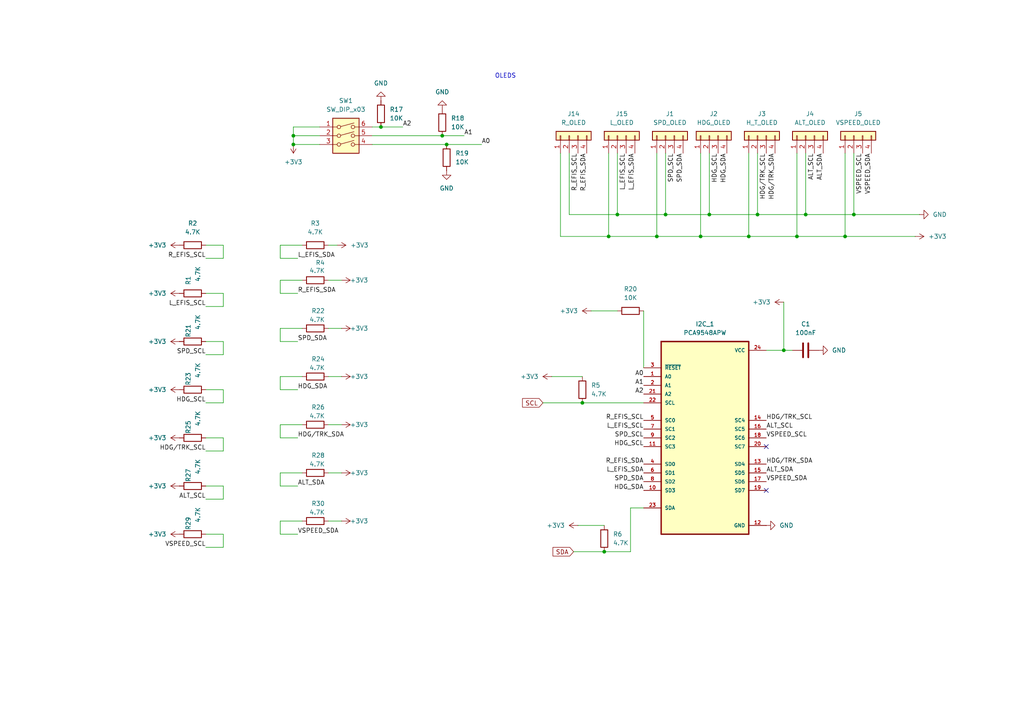
<source format=kicad_sch>
(kicad_sch (version 20250114) (generator "eeschema") (generator_version "9.0")
  (paper "A4")
  (title_block (title "FCU Mainboard schematics") (date "2024-03-05") (rev "1.0"))
  (lib_symbols
    (symbol "Connector_Generic:Conn_01x04" (pin_names (offset 1.016) (hide yes))
      (property "Reference" "J" (at 0 5.08 0))
      (property "Value" "Conn_01x04" (at 0 -7.62 0))
      (symbol "Conn_01x04_1_1"
        (rectangle (start -1.27 3.81) (end 1.27 -6.35) (stroke (width 0.254)) (fill (type background)))
        (rectangle (start -1.27 2.667) (end 0 2.413) (stroke (width 0.1524)))
        (rectangle (start -1.27 0.127) (end 0 -0.127) (stroke (width 0.1524)))
        (rectangle (start -1.27 -2.413) (end 0 -2.667) (stroke (width 0.1524)))
        (rectangle (start -1.27 -4.953) (end 0 -5.207) (stroke (width 0.1524)))
        (pin passive line (at -5.08 2.54 0) (length 3.81) (name "Pin_1") (number "1"))
        (pin passive line (at -5.08 0 0) (length 3.81) (name "Pin_2") (number "2"))
        (pin passive line (at -5.08 -2.54 0) (length 3.81) (name "Pin_3") (number "3"))
        (pin passive line (at -5.08 -5.08 0) (length 3.81) (name "Pin_4") (number "4"))
      )
    )
    (symbol "Device:C" (pin_numbers (hide yes)) (pin_names (offset 0.254))
      (property "Reference" "C" (at 0.635 2.54 0))
      (property "Value" "C" (at 0.635 -2.54 0))
      (symbol "C_0_1"
        (polyline (pts (xy -2.032 0.762) (xy 2.032 0.762)) (stroke (width 0.508)))
        (polyline (pts (xy -2.032 -0.762) (xy 2.032 -0.762)) (stroke (width 0.508)))
      )
      (symbol "C_1_1"
        (pin passive line (at 0 3.81 270) (length 2.794) (name "~") (number "1"))
        (pin passive line (at 0 -3.81 90) (length 2.794) (name "~") (number "2"))
      )
    )
    (symbol "Device:R" (pin_numbers (hide yes)) (pin_names (offset 0))
      (property "Reference" "R" (at 2.032 0 90))
      (property "Value" "R" (at 0 0 90))
      (symbol "R_0_1"
        (rectangle (start -1.016 -2.54) (end 1.016 2.54) (stroke (width 0.254)))
      )
      (symbol "R_1_1"
        (pin passive line (at 0 3.81 270) (length 1.27) (name "~") (number "1"))
        (pin passive line (at 0 -3.81 90) (length 1.27) (name "~") (number "2"))
      )
    )
    (symbol "SFLibrary:PCA9548APW" (pin_names (offset 1.016))
      (property "Reference" "U" (at -12.7 28.94 0))
      (property "Value" "PCA9548APW" (at -12.7 -31.94 0))
      (symbol "PCA9548APW_0_0"
        (rectangle (start -12.7 -27.94) (end 12.7 27.94) (stroke (width 0.41)) (fill (type background)))
        (pin input line (at -17.78 20.32 0) (length 5.08) (name "~{RESET}") (number "3"))
        (pin input line (at -17.78 17.78 0) (length 5.08) (name "A0") (number "1"))
        (pin input line (at -17.78 15.24 0) (length 5.08) (name "A1") (number "2"))
        (pin input line (at -17.78 12.7 0) (length 5.08) (name "A2") (number "21"))
        (pin input line (at -17.78 10.16 0) (length 5.08) (name "SCL") (number "22"))
        (pin bidirectional line (at -17.78 5.08 0) (length 5.08) (name "SC0") (number "5"))
        (pin bidirectional line (at -17.78 2.54 0) (length 5.08) (name "SC1") (number "7"))
        (pin bidirectional line (at -17.78 0 0) (length 5.08) (name "SC2") (number "9"))
        (pin bidirectional line (at -17.78 -2.54 0) (length 5.08) (name "SC3") (number "11"))
        (pin bidirectional line (at -17.78 -7.62 0) (length 5.08) (name "SD0") (number "4"))
        (pin bidirectional line (at -17.78 -10.16 0) (length 5.08) (name "SD1") (number "6"))
        (pin bidirectional line (at -17.78 -12.7 0) (length 5.08) (name "SD2") (number "8"))
        (pin bidirectional line (at -17.78 -15.24 0) (length 5.08) (name "SD3") (number "10"))
        (pin bidirectional line (at -17.78 -20.32 0) (length 5.08) (name "SDA") (number "23"))
        (pin power_in line (at 17.78 25.4 180) (length 5.08) (name "VCC") (number "24"))
        (pin bidirectional line (at 17.78 5.08 180) (length 5.08) (name "SC4") (number "14"))
        (pin bidirectional line (at 17.78 2.54 180) (length 5.08) (name "SC5") (number "16"))
        (pin bidirectional line (at 17.78 0 180) (length 5.08) (name "SC6") (number "18"))
        (pin bidirectional line (at 17.78 -2.54 180) (length 5.08) (name "SC7") (number "20"))
        (pin bidirectional line (at 17.78 -7.62 180) (length 5.08) (name "SD4") (number "13"))
        (pin bidirectional line (at 17.78 -10.16 180) (length 5.08) (name "SD5") (number "15"))
        (pin bidirectional line (at 17.78 -12.7 180) (length 5.08) (name "SD6") (number "17"))
        (pin bidirectional line (at 17.78 -15.24 180) (length 5.08) (name "SD7") (number "19"))
        (pin power_in line (at 17.78 -25.4 180) (length 5.08) (name "GND") (number "12"))
      )
    )
    (symbol "Switch:SW_DIP_x03" (pin_names (offset 0) (hide yes))
      (property "Reference" "SW" (at 0 6.35 0))
      (property "Value" "SW_DIP_x03" (at 0 -6.35 0))
      (symbol "SW_DIP_x03_0_0"
        (circle (center -2.032 2.54) (radius 0.508))
        (circle (center -2.032 0) (radius 0.508))
        (circle (center -2.032 -2.54) (radius 0.508))
        (polyline (pts (xy -1.524 2.667) (xy 2.3622 3.7084)))
        (polyline (pts (xy -1.524 0.127) (xy 2.3622 1.1684)))
        (polyline (pts (xy -1.524 -2.413) (xy 2.3622 -1.3716)))
        (circle (center 2.032 2.54) (radius 0.508))
        (circle (center 2.032 0) (radius 0.508))
        (circle (center 2.032 -2.54) (radius 0.508))
      )
      (symbol "SW_DIP_x03_0_1"
        (rectangle (start -3.81 5.08) (end 3.81 -5.08) (stroke (width 0.254)) (fill (type background)))
      )
      (symbol "SW_DIP_x03_1_1"
        (pin passive line (at -7.62 2.54 0) (length 5.08) (name "~") (number "1"))
        (pin passive line (at -7.62 0 0) (length 5.08) (name "~") (number "2"))
        (pin passive line (at -7.62 -2.54 0) (length 5.08) (name "~") (number "3"))
        (pin passive line (at 7.62 2.54 180) (length 5.08) (name "~") (number "6"))
        (pin passive line (at 7.62 0 180) (length 5.08) (name "~") (number "5"))
        (pin passive line (at 7.62 -2.54 180) (length 5.08) (name "~") (number "4"))
      )
    )
    (symbol "power:+3V3" (power) (pin_numbers (hide yes)) (pin_names (offset 0) (hide yes))
      (property "Value" "+3V3" (at 0 3.556 0))
      (symbol "+3V3_0_1"
        (polyline (pts (xy -0.762 1.27) (xy 0 2.54)))
        (polyline (pts (xy 0 2.54) (xy 0.762 1.27)))
        (polyline (pts (xy 0 0) (xy 0 2.54)))
      )
      (symbol "+3V3_1_1"
        (pin power_in line (at 0 0 90) (length 0) (name "~") (number "1"))
      )
    )
    (symbol "power:GND" (power) (pin_numbers (hide yes)) (pin_names (offset 0) (hide yes))
      (property "Value" "GND" (at 0 -3.81 0))
      (symbol "GND_0_1"
        (polyline (pts (xy 0 0) (xy 0 -1.27) (xy 1.27 -1.27) (xy 0 -2.54) (xy -1.27 -1.27) (xy 0 -1.27)))
      )
      (symbol "GND_1_1"
        (pin power_in line (at 0 0 270) (length 0) (name "~") (number "1"))
      )
    )
  )
  (text "OLEDS" (at 143.51 22.86 0) (effects (font (size 1.27 1.27)) (justify left bottom)))
  (junction (at 85.09 39.37))
  (junction (at 179.07 62.23))
  (junction (at 168.91 116.84))
  (junction (at 175.26 160.02))
  (junction (at 247.65 62.23))
  (junction (at 233.68 62.23))
  (junction (at 231.14 68.58))
  (junction (at 217.17 68.58))
  (junction (at 128.27 39.37))
  (junction (at 193.04 62.23))
  (junction (at 203.2 68.58))
  (junction (at 190.5 68.58))
  (junction (at 219.71 62.23))
  (junction (at 227.33 101.6))
  (junction (at 245.11 68.58))
  (junction (at 176.53 68.58))
  (junction (at 205.74 62.23))
  (junction (at 110.49 36.83))
  (junction (at 85.09 41.91))
  (junction (at 129.54 41.91))
  (no_connect (at 222.25 129.54))
  (no_connect (at 222.25 142.24))
  (wire (pts (xy 107.95 41.91) (xy 129.54 41.91)))
  (wire (pts (xy 59.69 102.87) (xy 64.77 102.87)))
  (wire (pts (xy 162.56 68.58) (xy 176.53 68.58)))
  (wire (pts (xy 92.71 36.83) (xy 85.09 36.83)))
  (wire (pts (xy 168.91 109.22) (xy 160.02 109.22)))
  (wire (pts (xy 182.88 160.02) (xy 182.88 147.32)))
  (wire (pts (xy 247.65 62.23) (xy 266.7 62.23)))
  (wire (pts (xy 95.25 95.25) (xy 99.06 95.25)))
  (wire (pts (xy 59.69 74.93) (xy 64.77 74.93)))
  (wire (pts (xy 179.07 44.45) (xy 179.07 62.23)))
  (wire (pts (xy 85.09 41.91) (xy 92.71 41.91)))
  (wire (pts (xy 64.77 102.87) (xy 64.77 99.06)))
  (wire (pts (xy 59.69 99.06) (xy 64.77 99.06)))
  (wire (pts (xy 217.17 44.45) (xy 217.17 68.58)))
  (wire (pts (xy 59.69 85.09) (xy 64.77 85.09)))
  (wire (pts (xy 92.71 39.37) (xy 85.09 39.37)))
  (wire (pts (xy 81.28 81.28) (xy 81.28 85.09)))
  (wire (pts (xy 81.28 109.22) (xy 81.28 113.03)))
  (wire (pts (xy 186.69 90.17) (xy 186.69 106.68)))
  (wire (pts (xy 157.48 116.84) (xy 168.91 116.84)))
  (wire (pts (xy 205.74 62.23) (xy 219.71 62.23)))
  (wire (pts (xy 166.37 160.02) (xy 175.26 160.02)))
  (wire (pts (xy 87.63 71.12) (xy 81.28 71.12)))
  (wire (pts (xy 81.28 140.97) (xy 86.36 140.97)))
  (wire (pts (xy 59.69 140.97) (xy 64.77 140.97)))
  (wire (pts (xy 87.63 81.28) (xy 81.28 81.28)))
  (wire (pts (xy 59.69 127) (xy 64.77 127)))
  (wire (pts (xy 95.25 109.22) (xy 99.06 109.22)))
  (wire (pts (xy 81.28 74.93) (xy 86.36 74.93)))
  (wire (pts (xy 190.5 44.45) (xy 190.5 68.58)))
  (wire (pts (xy 231.14 44.45) (xy 231.14 68.58)))
  (wire (pts (xy 217.17 68.58) (xy 231.14 68.58)))
  (wire (pts (xy 81.28 123.19) (xy 81.28 127)))
  (wire (pts (xy 81.28 137.16) (xy 81.28 140.97)))
  (wire (pts (xy 81.28 85.09) (xy 86.36 85.09)))
  (wire (pts (xy 95.25 151.13) (xy 99.06 151.13)))
  (wire (pts (xy 59.69 158.75) (xy 64.77 158.75)))
  (wire (pts (xy 227.33 101.6) (xy 229.87 101.6)))
  (wire (pts (xy 81.28 99.06) (xy 86.36 99.06)))
  (wire (pts (xy 231.14 68.58) (xy 245.11 68.58)))
  (wire (pts (xy 175.26 160.02) (xy 182.88 160.02)))
  (wire (pts (xy 64.77 130.81) (xy 64.77 127)))
  (wire (pts (xy 87.63 151.13) (xy 81.28 151.13)))
  (wire (pts (xy 190.5 68.58) (xy 203.2 68.58)))
  (wire (pts (xy 176.53 44.45) (xy 176.53 68.58)))
  (wire (pts (xy 95.25 123.19) (xy 99.06 123.19)))
  (wire (pts (xy 85.09 36.83) (xy 85.09 39.37)))
  (wire (pts (xy 171.45 90.17) (xy 179.07 90.17)))
  (wire (pts (xy 203.2 44.45) (xy 203.2 68.58)))
  (wire (pts (xy 116.84 36.83) (xy 110.49 36.83)))
  (wire (pts (xy 176.53 68.58) (xy 190.5 68.58)))
  (wire (pts (xy 81.28 113.03) (xy 86.36 113.03)))
  (wire (pts (xy 139.7 41.91) (xy 129.54 41.91)))
  (wire (pts (xy 233.68 44.45) (xy 233.68 62.23)))
  (wire (pts (xy 59.69 154.94) (xy 64.77 154.94)))
  (wire (pts (xy 205.74 44.45) (xy 205.74 62.23)))
  (wire (pts (xy 64.77 158.75) (xy 64.77 154.94)))
  (wire (pts (xy 193.04 62.23) (xy 205.74 62.23)))
  (wire (pts (xy 203.2 68.58) (xy 217.17 68.58)))
  (wire (pts (xy 162.56 68.58) (xy 162.56 44.45)))
  (wire (pts (xy 179.07 62.23) (xy 193.04 62.23)))
  (wire (pts (xy 247.65 44.45) (xy 247.65 62.23)))
  (wire (pts (xy 87.63 109.22) (xy 81.28 109.22)))
  (wire (pts (xy 219.71 44.45) (xy 219.71 62.23)))
  (wire (pts (xy 87.63 137.16) (xy 81.28 137.16)))
  (wire (pts (xy 64.77 116.84) (xy 64.77 113.03)))
  (wire (pts (xy 87.63 95.25) (xy 81.28 95.25)))
  (wire (pts (xy 182.88 147.32) (xy 186.69 147.32)))
  (wire (pts (xy 167.64 152.4) (xy 175.26 152.4)))
  (wire (pts (xy 168.91 116.84) (xy 186.69 116.84)))
  (wire (pts (xy 95.25 81.28) (xy 99.06 81.28)))
  (wire (pts (xy 81.28 151.13) (xy 81.28 154.94)))
  (wire (pts (xy 81.28 95.25) (xy 81.28 99.06)))
  (wire (pts (xy 245.11 68.58) (xy 265.43 68.58)))
  (wire (pts (xy 59.69 144.78) (xy 64.77 144.78)))
  (wire (pts (xy 227.33 87.63) (xy 227.33 101.6)))
  (wire (pts (xy 64.77 144.78) (xy 64.77 140.97)))
  (wire (pts (xy 81.28 154.94) (xy 86.36 154.94)))
  (wire (pts (xy 233.68 62.23) (xy 247.65 62.23)))
  (wire (pts (xy 59.69 88.9) (xy 64.77 88.9)))
  (wire (pts (xy 165.1 44.45) (xy 165.1 62.23)))
  (wire (pts (xy 59.69 113.03) (xy 64.77 113.03)))
  (wire (pts (xy 81.28 71.12) (xy 81.28 74.93)))
  (wire (pts (xy 134.62 39.37) (xy 128.27 39.37)))
  (wire (pts (xy 81.28 127) (xy 86.36 127)))
  (wire (pts (xy 110.49 36.83) (xy 107.95 36.83)))
  (wire (pts (xy 227.33 101.6) (xy 222.25 101.6)))
  (wire (pts (xy 59.69 116.84) (xy 64.77 116.84)))
  (wire (pts (xy 165.1 62.23) (xy 179.07 62.23)))
  (wire (pts (xy 85.09 39.37) (xy 85.09 41.91)))
  (wire (pts (xy 107.95 39.37) (xy 128.27 39.37)))
  (wire (pts (xy 97.79 71.12) (xy 95.25 71.12)))
  (wire (pts (xy 95.25 137.16) (xy 99.06 137.16)))
  (wire (pts (xy 64.77 71.12) (xy 59.69 71.12)))
  (wire (pts (xy 245.11 44.45) (xy 245.11 68.58)))
  (wire (pts (xy 87.63 123.19) (xy 81.28 123.19)))
  (wire (pts (xy 193.04 44.45) (xy 193.04 62.23)))
  (wire (pts (xy 219.71 62.23) (xy 233.68 62.23)))
  (wire (pts (xy 64.77 71.12) (xy 64.77 74.93)))
  (wire (pts (xy 64.77 88.9) (xy 64.77 85.09)))
  (wire (pts (xy 59.69 130.81) (xy 64.77 130.81)))
  (label "VSPEED_SCL" (at 250.19 44.45 270))
  (label "HDG{slash}TRK_SCL" (at 59.69 130.81 180))
  (label "A2" (at 116.84 36.83 0))
  (label "L_EFIS_SCL" (at 59.69 88.9 180))
  (label "A2" (at 186.69 114.3 180))
  (label "HDG_SCL" (at 208.28 44.45 270))
  (label "HDG_SDA" (at 186.69 142.24 180))
  (label "A1" (at 134.62 39.37 0))
  (label "ALT_SDA" (at 238.76 44.45 270))
  (label "R_EFIS_SDA" (at 186.69 134.62 180))
  (label "L_EFIS_SDA" (at 186.69 137.16 180))
  (label "HDG_SDA" (at 210.82 44.45 270))
  (label "L_EFIS_SDA" (at 86.36 74.93 0))
  (label "L_EFIS_SCL" (at 181.61 44.45 270))
  (label "R_EFIS_SDA" (at 170.18 44.45 270))
  (label "HDG{slash}TRK_SDA" (at 224.79 44.45 270))
  (label "HDG{slash}TRK_SDA" (at 222.25 134.62 0))
  (label "ALT_SCL" (at 222.25 124.46 0))
  (label "A0" (at 186.69 109.22 180))
  (label "A0" (at 139.7 41.91 0))
  (label "ALT_SCL" (at 59.69 144.78 180))
  (label "R_EFIS_SCL" (at 59.69 74.93 180))
  (label "L_EFIS_SCL" (at 186.69 124.46 180))
  (label "R_EFIS_SDA" (at 86.36 85.09 0))
  (label "HDG{slash}TRK_SDA" (at 86.36 127 0))
  (label "VSPEED_SDA" (at 252.73 44.45 270))
  (label "ALT_SDA" (at 222.25 137.16 0))
  (label "ALT_SDA" (at 86.36 140.97 0))
  (label "ALT_SCL" (at 236.22 44.45 270))
  (label "SPD_SDA" (at 86.36 99.06 0))
  (label "SPD_SCL" (at 59.69 102.87 180))
  (label "HDG_SCL" (at 186.69 129.54 180))
  (label "R_EFIS_SCL" (at 186.69 121.92 180))
  (label "SPD_SDA" (at 198.12 44.45 270))
  (label "VSPEED_SCL" (at 59.69 158.75 180))
  (label "SPD_SDA" (at 186.69 139.7 180))
  (label "HDG_SDA" (at 86.36 113.03 0))
  (label "VSPEED_SDA" (at 222.25 139.7 0))
  (label "VSPEED_SCL" (at 222.25 127 0))
  (label "L_EFIS_SDA" (at 184.15 44.45 270))
  (label "A1" (at 186.69 111.76 180))
  (label "VSPEED_SDA" (at 86.36 154.94 0))
  (label "HDG{slash}TRK_SCL" (at 222.25 44.45 270))
  (label "R_EFIS_SCL" (at 167.64 44.45 270))
  (label "HDG{slash}TRK_SCL" (at 222.25 121.92 0))
  (label "SPD_SCL" (at 195.58 44.45 270))
  (label "SPD_SCL" (at 186.69 127 180))
  (label "HDG_SCL" (at 59.69 116.84 180))
  (global_label "SDA" (shape input) (at 166.37 160.02 180) (property "Intersheetrefs" "${INTERSHEET_REFS}" (effects (hide yes))))
  (global_label "SCL" (shape input) (at 157.48 116.84 180) (property "Intersheetrefs" "${INTERSHEET_REFS}" (effects (hide yes))))
  (symbol (lib_id "Device:R") (at 182.88 90.17 90) (unit 1)
    (property "Reference" "R20" (at 182.88 83.82 90))
    (property "Value" "10K" (at 182.88 86.36 90))
    (property "Footprint" "Resistor_SMD:R_1206_3216Metric_Pad1.30x1.75mm_HandSolder" (effects (hide yes)))
    (property "Description" "Resistor" (effects (hide yes)))
  )
  (symbol (lib_id "Device:R") (at 91.44 123.19 270) (unit 1)
    (property "Reference" "R26" (at 94.234 118.11 90) (effects (justify right)))
    (property "Value" "4.7K" (at 94.234 120.65 90) (effects (justify right)))
    (property "Footprint" "Resistor_SMD:R_1206_3216Metric_Pad1.30x1.75mm_HandSolder" (effects (hide yes)))
    (property "Description" "Resistor" (effects (hide yes)))
  )
  (symbol (lib_id "Device:R") (at 55.88 154.94 90) (unit 1)
    (property "Reference" "R29" (at 54.61 149.86 0) (effects (justify right)))
    (property "Value" "4.7K" (at 57.404 147.066 0) (effects (justify right)))
    (property "Footprint" "Resistor_SMD:R_1206_3216Metric_Pad1.30x1.75mm_HandSolder" (effects (hide yes)))
    (property "Description" "Resistor" (effects (hide yes)))
  )
  (symbol (lib_id "power:+3V3") (at 52.07 127 90) (unit 1)
    (property "Reference" "#PWR040" (effects (hide yes)))
    (property "Value" "+3V3" (at 48.26 126.9999 90) (effects (justify left)))
    (property "Description" "Power symbol creates a global label with name \"+3V3\"" (effects (hide yes)))
  )
  (symbol (lib_id "power:+3V3") (at 85.09 41.91 180) (unit 1)
    (property "Reference" "#PWR071" (effects (hide yes)))
    (property "Value" "+3V3" (at 85.09 46.99 0))
    (property "Description" "Power symbol creates a global label with name \"+3V3\"" (effects (hide yes)))
  )
  (symbol (lib_id "Connector_Generic:Conn_01x04") (at 233.68 39.37 90) (unit 1)
    (property "Reference" "J14" (at 234.95 33.02 90))
    (property "Value" "ALT_OLED" (at 234.95 35.56 90))
    (property "Footprint" "Connector_PinHeader_2.54mm:PinHeader_1x04_P2.54mm_Vertical" (effects (hide yes)))
    (instances (project "FCU_Mainboard_v2" (path "" (reference "J4") (unit 1)) (path "" (reference "J14") (unit 1))))
  )
  (symbol (lib_id "Device:R") (at 91.44 95.25 270) (unit 1)
    (property "Reference" "R22" (at 94.234 90.17 90) (effects (justify right)))
    (property "Value" "4.7K" (at 94.234 92.71 90) (effects (justify right)))
    (property "Footprint" "Resistor_SMD:R_1206_3216Metric_Pad1.30x1.75mm_HandSolder" (effects (hide yes)))
    (property "Description" "Resistor" (effects (hide yes)))
  )
  (symbol (lib_id "Device:R") (at 91.44 81.28 270) (unit 1)
    (property "Reference" "R4" (at 94.234 76.2 90) (effects (justify right)))
    (property "Value" "4.7K" (at 94.234 78.486 90) (effects (justify right)))
    (property "Footprint" "Resistor_SMD:R_1206_3216Metric_Pad1.30x1.75mm_HandSolder" (effects (hide yes)))
    (property "Description" "Resistor" (effects (hide yes)))
  )
  (symbol (lib_id "power:+3V3") (at 227.33 87.63 90) (unit 1)
    (property "Reference" "#PWR036" (effects (hide yes)))
    (property "Value" "+3V3" (at 223.52 87.6299 90) (effects (justify left)))
    (property "Description" "Power symbol creates a global label with name \"+3V3\"" (effects (hide yes)))
  )
  (symbol (lib_id "Connector_Generic:Conn_01x04") (at 205.74 39.37 90) (unit 1)
    (property "Reference" "J4" (at 207.01 33.02 90))
    (property "Value" "HDG_OLED" (at 207.01 35.56 90))
    (property "Footprint" "Connector_PinHeader_2.54mm:PinHeader_1x04_P2.54mm_Vertical" (effects (hide yes)))
    (instances (project "FCU_Mainboard_v2" (path "" (reference "J2") (unit 1)) (path "" (reference "J4") (unit 1))))
  )
  (symbol (lib_id "Device:R") (at 55.88 113.03 90) (unit 1)
    (property "Reference" "R23" (at 54.61 107.95 0) (effects (justify right)))
    (property "Value" "4.7K" (at 57.404 105.156 0) (effects (justify right)))
    (property "Footprint" "Resistor_SMD:R_1206_3216Metric_Pad1.30x1.75mm_HandSolder" (effects (hide yes)))
    (property "Description" "Resistor" (effects (hide yes)))
  )
  (symbol (lib_id "Device:R") (at 91.44 109.22 270) (unit 1)
    (property "Reference" "R24" (at 94.234 104.14 90) (effects (justify right)))
    (property "Value" "4.7K" (at 94.234 106.68 90) (effects (justify right)))
    (property "Footprint" "Resistor_SMD:R_1206_3216Metric_Pad1.30x1.75mm_HandSolder" (effects (hide yes)))
    (property "Description" "Resistor" (effects (hide yes)))
  )
  (symbol (lib_id "power:+3V3") (at 99.06 95.25 270) (unit 1)
    (property "Reference" "#PWR039" (effects (hide yes)))
    (property "Value" "+3V3" (at 104.14 95.25 90))
    (property "Description" "Power symbol creates a global label with name \"+3V3\"" (effects (hide yes)))
  )
  (symbol (lib_id "Device:R") (at 168.91 113.03 180) (unit 1)
    (property "Reference" "R5" (at 171.45 111.7599 0) (effects (justify right)))
    (property "Value" "4.7K" (at 171.45 114.2999 0) (effects (justify right)))
    (property "Footprint" "Resistor_SMD:R_1206_3216Metric_Pad1.30x1.75mm_HandSolder" (effects (hide yes)))
    (property "Description" "Resistor" (effects (hide yes)))
  )
  (symbol (lib_id "power:+3V3") (at 99.06 123.19 270) (unit 1)
    (property "Reference" "#PWR043" (effects (hide yes)))
    (property "Value" "+3V3" (at 104.14 123.19 90))
    (property "Description" "Power symbol creates a global label with name \"+3V3\"" (effects (hide yes)))
  )
  (symbol (lib_id "power:+3V3") (at 99.06 109.22 270) (unit 1)
    (property "Reference" "#PWR041" (effects (hide yes)))
    (property "Value" "+3V3" (at 104.14 109.22 90))
    (property "Description" "Power symbol creates a global label with name \"+3V3\"" (effects (hide yes)))
  )
  (symbol (lib_id "Device:C") (at 233.68 101.6 90) (unit 1)
    (property "Reference" "C1" (at 233.68 93.98 90))
    (property "Value" "100nF" (at 233.68 96.52 90))
    (property "Footprint" "Capacitor_SMD:C_1206_3216Metric_Pad1.33x1.80mm_HandSolder" (effects (hide yes)))
    (property "Description" "Unpolarized capacitor" (effects (hide yes)))
  )
  (symbol (lib_id "power:GND") (at 222.25 152.4 90) (unit 1)
    (property "Reference" "#PWR035" (effects (hide yes)))
    (property "Value" "GND" (at 226.06 152.3999 90) (effects (justify right)))
    (property "Description" "Power symbol creates a global label with name \"GND\" , ground" (effects (hide yes)))
  )
  (symbol (lib_id "power:GND") (at 110.49 29.21 180) (unit 1)
    (property "Reference" "#PWR072" (effects (hide yes)))
    (property "Value" "GND" (at 110.49 24.13 0))
    (property "Description" "Power symbol creates a global label with name \"GND\" , ground" (effects (hide yes)))
  )
  (symbol (lib_id "Device:R") (at 110.49 33.02 0) (unit 1)
    (property "Reference" "R17" (at 113.03 31.7499 0) (effects (justify left)))
    (property "Value" "10K" (at 113.03 34.2899 0) (effects (justify left)))
    (property "Footprint" "Resistor_SMD:R_1206_3216Metric_Pad1.30x1.75mm_HandSolder" (effects (hide yes)))
    (property "Description" "Resistor" (effects (hide yes)))
  )
  (symbol (lib_id "power:+3V3") (at 97.79 71.12 270) (unit 1)
    (property "Reference" "#PWR024" (effects (hide yes)))
    (property "Value" "+3V3" (at 101.6 71.1199 90) (effects (justify left)))
    (property "Description" "Power symbol creates a global label with name \"+3V3\"" (effects (hide yes)))
  )
  (symbol (lib_id "power:GND") (at 266.7 62.23 90) (unit 1)
    (property "Reference" "#PWR03" (effects (hide yes)))
    (property "Value" "GND" (at 270.51 62.23 90) (effects (justify right)))
    (property "Description" "Power symbol creates a global label with name \"GND\" , ground" (effects (hide yes)))
  )
  (symbol (lib_id "SFLibrary:PCA9548APW") (at 204.47 127 0) (unit 1)
    (property "Reference" "I2C_1" (at 204.47 93.98 0))
    (property "Value" "PCA9548APW" (at 204.47 96.52 0))
    (property "Footprint" "PCM_SFLibrary:SOP65P640X120-24N" (effects (hide yes)))
    (property "MF" "Texas Instruments" (effects (hide yes)))
    (property "Description_1" "\n8-Channel I2C Switch With Reset 24-TSSOP -40 to 85\n" (effects (hide yes)))
    (property "Package" "TSSOP-24 Texas Instruments" (effects (hide yes)))
    (property "Price" "None" (effects (hide yes)))
    (property "SnapEDA_Link" "https://www.snapeda.com/parts/PCA9548APW/Texas+Instruments/view-part/?ref=snap" (effects (hide yes)))
    (property "MP" "PCA9548APW" (effects (hide yes)))
    (property "Availability" "In Stock" (effects (hide yes)))
    (property "Check_prices" "https://www.snapeda.com/parts/PCA9548APW/Texas+Instruments/view-part/?ref=eda" (effects (hide yes)))
  )
  (symbol (lib_id "power:GND") (at 237.49 101.6 90) (unit 1)
    (property "Reference" "#PWR037" (effects (hide yes)))
    (property "Value" "GND" (at 241.3 101.5999 90) (effects (justify right)))
    (property "Description" "Power symbol creates a global label with name \"GND\" , ground" (effects (hide yes)))
  )
  (symbol (lib_id "power:+3V3") (at 52.07 71.12 90) (unit 1)
    (property "Reference" "#PWR04" (effects (hide yes)))
    (property "Value" "+3V3" (at 48.26 71.1199 90) (effects (justify left)))
    (property "Description" "Power symbol creates a global label with name \"+3V3\"" (effects (hide yes)))
  )
  (symbol (lib_id "power:GND") (at 128.27 31.75 180) (unit 1)
    (property "Reference" "#PWR073" (effects (hide yes)))
    (property "Value" "GND" (at 128.27 26.67 0))
    (property "Description" "Power symbol creates a global label with name \"GND\" , ground" (effects (hide yes)))
  )
  (symbol (lib_id "power:GND") (at 129.54 49.53 0) (unit 1)
    (property "Reference" "#PWR074" (effects (hide yes)))
    (property "Value" "GND" (at 129.54 54.61 0))
    (property "Description" "Power symbol creates a global label with name \"GND\" , ground" (effects (hide yes)))
  )
  (symbol (lib_id "Connector_Generic:Conn_01x04") (at 179.07 39.37 90) (unit 1)
    (property "Reference" "J2" (at 180.34 33.02 90))
    (property "Value" "L_OLED" (at 180.34 35.56 90))
    (property "Footprint" "Connector_PinHeader_2.54mm:PinHeader_1x04_P2.54mm_Vertical" (effects (hide yes)))
    (instances (project "FCU_Mainboard_v2" (path "" (reference "J15") (unit 1)) (path "" (reference "J2") (unit 1))))
  )
  (symbol (lib_id "power:+3V3") (at 160.02 109.22 90) (unit 1)
    (property "Reference" "#PWR025" (effects (hide yes)))
    (property "Value" "+3V3" (at 156.21 109.2199 90) (effects (justify left)))
    (property "Description" "Power symbol creates a global label with name \"+3V3\"" (effects (hide yes)))
  )
  (symbol (lib_id "power:+3V3") (at 99.06 137.16 270) (unit 1)
    (property "Reference" "#PWR045" (effects (hide yes)))
    (property "Value" "+3V3" (at 104.14 137.16 90))
    (property "Description" "Power symbol creates a global label with name \"+3V3\"" (effects (hide yes)))
  )
  (symbol (lib_id "Device:R") (at 128.27 35.56 0) (unit 1)
    (property "Reference" "R18" (at 130.81 34.2899 0) (effects (justify left)))
    (property "Value" "10K" (at 130.81 36.8299 0) (effects (justify left)))
    (property "Footprint" "Resistor_SMD:R_1206_3216Metric_Pad1.30x1.75mm_HandSolder" (effects (hide yes)))
    (property "Description" "Resistor" (effects (hide yes)))
  )
  (symbol (lib_id "power:+3V3") (at 52.07 140.97 90) (unit 1)
    (property "Reference" "#PWR042" (effects (hide yes)))
    (property "Value" "+3V3" (at 48.26 140.9699 90) (effects (justify left)))
    (property "Description" "Power symbol creates a global label with name \"+3V3\"" (effects (hide yes)))
  )
  (symbol (lib_id "Connector_Generic:Conn_01x04") (at 247.65 39.37 90) (unit 1)
    (property "Reference" "J15" (at 248.92 33.02 90))
    (property "Value" "VSPEED_OLED" (at 248.92 35.56 90))
    (property "Footprint" "Connector_PinHeader_2.54mm:PinHeader_1x04_P2.54mm_Vertical" (effects (hide yes)))
    (instances (project "FCU_Mainboard_v2" (path "" (reference "J5") (unit 1)) (path "" (reference "J15") (unit 1))))
  )
  (symbol (lib_id "power:+3V3") (at 52.07 99.06 90) (unit 1)
    (property "Reference" "#PWR011" (effects (hide yes)))
    (property "Value" "+3V3" (at 48.26 99.0599 90) (effects (justify left)))
    (property "Description" "Power symbol creates a global label with name \"+3V3\"" (effects (hide yes)))
  )
  (symbol (lib_id "Connector_Generic:Conn_01x04") (at 193.04 39.37 90) (unit 1)
    (property "Reference" "J3" (at 194.31 33.02 90))
    (property "Value" "SPD_OLED" (at 194.31 35.56 90))
    (property "Footprint" "Connector_PinHeader_2.54mm:PinHeader_1x04_P2.54mm_Vertical" (effects (hide yes)))
    (instances (project "FCU_Mainboard_v2" (path "" (reference "J1") (unit 1)) (path "" (reference "J3") (unit 1))))
  )
  (symbol (lib_id "Connector_Generic:Conn_01x04") (at 219.71 39.37 90) (unit 1)
    (property "Reference" "J5" (at 220.98 33.02 90))
    (property "Value" "H_T_OLED" (at 220.98 35.56 90))
    (property "Footprint" "Connector_PinHeader_2.54mm:PinHeader_1x04_P2.54mm_Vertical" (effects (hide yes)))
    (instances (project "FCU_Mainboard_v2" (path "" (reference "J3") (unit 1)) (path "" (reference "J5") (unit 1))))
  )
  (symbol (lib_id "Device:R") (at 91.44 151.13 270) (unit 1)
    (property "Reference" "R30" (at 94.234 146.05 90) (effects (justify right)))
    (property "Value" "4.7K" (at 94.234 148.59 90) (effects (justify right)))
    (property "Footprint" "Resistor_SMD:R_1206_3216Metric_Pad1.30x1.75mm_HandSolder" (effects (hide yes)))
    (property "Description" "Resistor" (effects (hide yes)))
  )
  (symbol (lib_id "Device:R") (at 55.88 140.97 90) (unit 1)
    (property "Reference" "R27" (at 54.61 135.89 0) (effects (justify right)))
    (property "Value" "4.7K" (at 57.404 133.096 0) (effects (justify right)))
    (property "Footprint" "Resistor_SMD:R_1206_3216Metric_Pad1.30x1.75mm_HandSolder" (effects (hide yes)))
    (property "Description" "Resistor" (effects (hide yes)))
  )
  (symbol (lib_id "Device:R") (at 55.88 127 90) (unit 1)
    (property "Reference" "R25" (at 54.61 121.92 0) (effects (justify right)))
    (property "Value" "4.7K" (at 57.404 119.126 0) (effects (justify right)))
    (property "Footprint" "Resistor_SMD:R_1206_3216Metric_Pad1.30x1.75mm_HandSolder" (effects (hide yes)))
    (property "Description" "Resistor" (effects (hide yes)))
  )
  (symbol (lib_id "Device:R") (at 91.44 137.16 270) (unit 1)
    (property "Reference" "R28" (at 94.234 132.08 90) (effects (justify right)))
    (property "Value" "4.7K" (at 94.234 134.62 90) (effects (justify right)))
    (property "Footprint" "Resistor_SMD:R_1206_3216Metric_Pad1.30x1.75mm_HandSolder" (effects (hide yes)))
    (property "Description" "Resistor" (effects (hide yes)))
  )
  (symbol (lib_id "power:+3V3") (at 52.07 85.09 90) (unit 1)
    (property "Reference" "#PWR07" (effects (hide yes)))
    (property "Value" "+3V3" (at 48.26 85.0899 90) (effects (justify left)))
    (property "Description" "Power symbol creates a global label with name \"+3V3\"" (effects (hide yes)))
  )
  (symbol (lib_id "power:+3V3") (at 99.06 81.28 270) (unit 1)
    (property "Reference" "#PWR026" (effects (hide yes)))
    (property "Value" "+3V3" (at 104.14 81.28 90))
    (property "Description" "Power symbol creates a global label with name \"+3V3\"" (effects (hide yes)))
  )
  (symbol (lib_id "power:+3V3") (at 265.43 68.58 270) (unit 1)
    (property "Reference" "#PWR051" (effects (hide yes)))
    (property "Value" "+3V3" (at 269.24 68.5799 90) (effects (justify left)))
    (property "Description" "Power symbol creates a global label with name \"+3V3\"" (effects (hide yes)))
  )
  (symbol (lib_id "Switch:SW_DIP_x03") (at 100.33 39.37 0) (unit 1)
    (property "Reference" "SW1" (at 100.33 29.21 0))
    (property "Value" "SW_DIP_x03" (at 100.33 31.75 0))
    (property "Footprint" "Button_Switch_THT:SW_DIP_SPSTx03_Slide_9.78x9.8mm_W7.62mm_P2.54mm" (effects (hide yes)))
    (property "Description" "3x DIP Switch, Single Pole Single Throw (SPST) switch, small symbol" (effects (hide yes)))
  )
  (symbol (lib_id "power:+3V3") (at 52.07 154.94 90) (unit 1)
    (property "Reference" "#PWR044" (effects (hide yes)))
    (property "Value" "+3V3" (at 48.26 154.9399 90) (effects (justify left)))
    (property "Description" "Power symbol creates a global label with name \"+3V3\"" (effects (hide yes)))
  )
  (symbol (lib_id "power:+3V3") (at 171.45 90.17 90) (unit 1)
    (property "Reference" "#PWR028" (effects (hide yes)))
    (property "Value" "+3V3" (at 167.64 90.1699 90) (effects (justify left)))
    (property "Description" "Power symbol creates a global label with name \"+3V3\"" (effects (hide yes)))
  )
  (symbol (lib_id "power:+3V3") (at 167.64 152.4 90) (unit 1)
    (property "Reference" "#PWR027" (effects (hide yes)))
    (property "Value" "+3V3" (at 163.83 152.3999 90) (effects (justify left)))
    (property "Description" "Power symbol creates a global label with name \"+3V3\"" (effects (hide yes)))
  )
  (symbol (lib_id "Device:R") (at 129.54 45.72 0) (unit 1)
    (property "Reference" "R19" (at 132.08 44.4499 0) (effects (justify left)))
    (property "Value" "10K" (at 132.08 46.9899 0) (effects (justify left)))
    (property "Footprint" "Resistor_SMD:R_1206_3216Metric_Pad1.30x1.75mm_HandSolder" (effects (hide yes)))
    (property "Description" "Resistor" (effects (hide yes)))
  )
  (symbol (lib_id "power:+3V3") (at 52.07 113.03 90) (unit 1)
    (property "Reference" "#PWR038" (effects (hide yes)))
    (property "Value" "+3V3" (at 48.26 113.0299 90) (effects (justify left)))
    (property "Description" "Power symbol creates a global label with name \"+3V3\"" (effects (hide yes)))
  )
  (symbol (lib_id "Device:R") (at 55.88 99.06 90) (unit 1)
    (property "Reference" "R21" (at 54.61 93.98 0) (effects (justify right)))
    (property "Value" "4.7K" (at 57.404 91.186 0) (effects (justify right)))
    (property "Footprint" "Resistor_SMD:R_1206_3216Metric_Pad1.30x1.75mm_HandSolder" (effects (hide yes)))
    (property "Description" "Resistor" (effects (hide yes)))
  )
  (symbol (lib_id "Device:R") (at 55.88 71.12 270) (unit 1)
    (property "Reference" "R2" (at 55.88 64.77 90))
    (property "Value" "4.7K" (at 55.88 67.31 90))
    (property "Footprint" "Resistor_SMD:R_1206_3216Metric_Pad1.30x1.75mm_HandSolder" (effects (hide yes)))
    (property "Description" "Resistor" (effects (hide yes)))
  )
  (symbol (lib_id "Device:R") (at 91.44 71.12 270) (unit 1)
    (property "Reference" "R3" (at 91.44 64.77 90))
    (property "Value" "4.7K" (at 91.44 67.31 90))
    (property "Footprint" "Resistor_SMD:R_1206_3216Metric_Pad1.30x1.75mm_HandSolder" (effects (hide yes)))
    (property "Description" "Resistor" (effects (hide yes)))
  )
  (symbol (lib_id "power:+3V3") (at 99.06 151.13 270) (unit 1)
    (property "Reference" "#PWR046" (effects (hide yes)))
    (property "Value" "+3V3" (at 104.14 151.13 90))
    (property "Description" "Power symbol creates a global label with name \"+3V3\"" (effects (hide yes)))
  )
  (symbol (lib_id "Device:R") (at 55.88 85.09 90) (unit 1)
    (property "Reference" "R1" (at 54.61 80.01 0) (effects (justify right)))
    (property "Value" "4.7K" (at 57.404 77.216 0) (effects (justify right)))
    (property "Footprint" "Resistor_SMD:R_1206_3216Metric_Pad1.30x1.75mm_HandSolder" (effects (hide yes)))
    (property "Description" "Resistor" (effects (hide yes)))
  )
  (symbol (lib_id "Device:R") (at 175.26 156.21 0) (unit 1)
    (property "Reference" "R6" (at 177.8 154.9399 0) (effects (justify left)))
    (property "Value" "4.7K" (at 177.8 157.4799 0) (effects (justify left)))
    (property "Footprint" "Resistor_SMD:R_1206_3216Metric_Pad1.30x1.75mm_HandSolder" (effects (hide yes)))
    (property "Description" "Resistor" (effects (hide yes)))
  )
  (symbol (lib_id "Connector_Generic:Conn_01x04") (at 165.1 39.37 90) (unit 1)
    (property "Reference" "J1" (at 166.37 33.02 90))
    (property "Value" "R_OLED" (at 166.37 35.56 90))
    (property "Footprint" "Connector_PinHeader_2.54mm:PinHeader_1x04_P2.54mm_Vertical" (effects (hide yes)))
    (instances (project "FCU_Mainboard_v2" (path "" (reference "J14") (unit 1)) (path "" (reference "J1") (unit 1))))
  )
)
</source>
